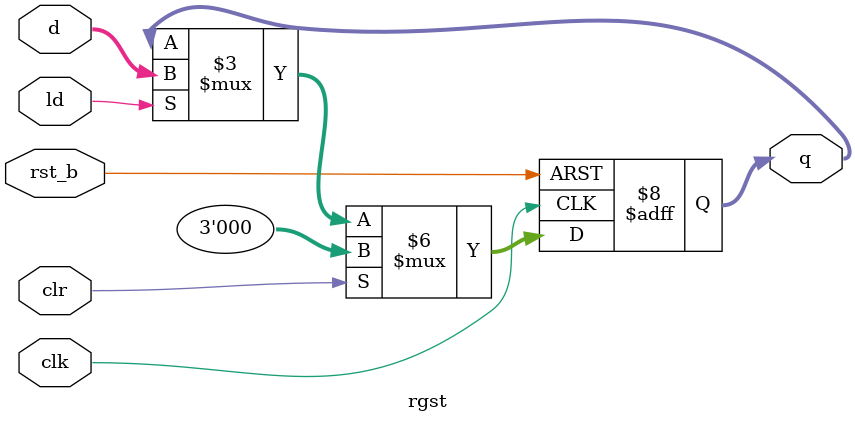
<source format=v>
module rgst #(
    parameter w=3
)(
    input clk, rst_b, ld, clr, input [w-1:0] d, output reg [w-1:0] q
);
    always @ (posedge clk, negedge rst_b)
        if (!rst_b)                 q <= 0;
        else if (clr)               q <= 0;
        else if (ld)                q <= d;
endmodule

</source>
